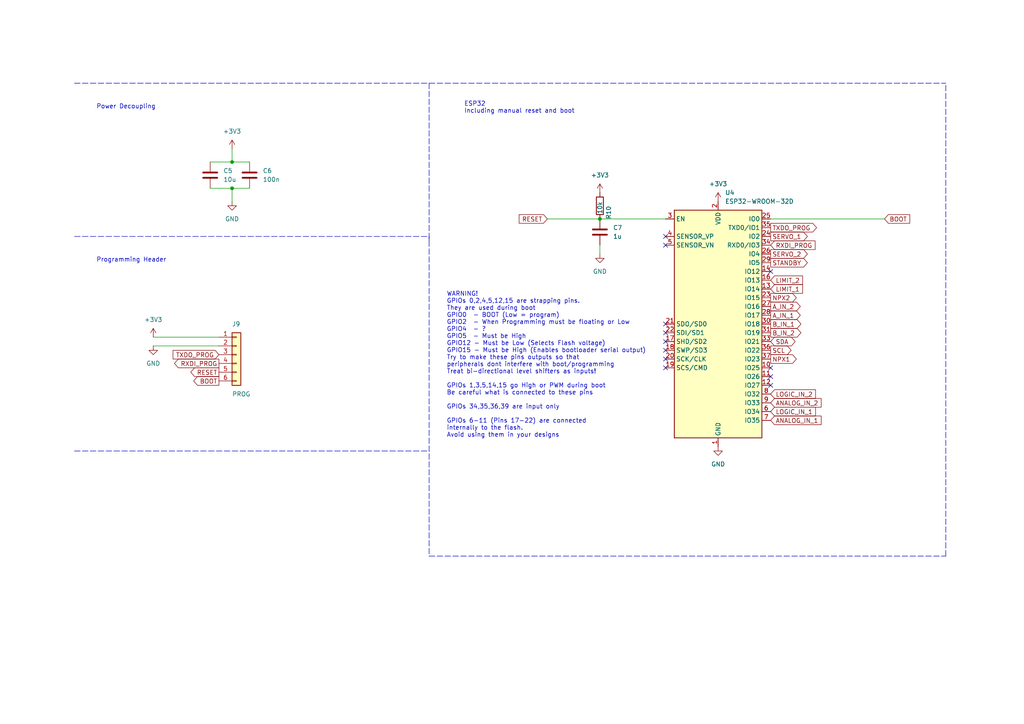
<source format=kicad_sch>
(kicad_sch (version 20211123) (generator eeschema)
  (paper "A4")
  (lib_symbols
    (symbol "Connector_Generic:Conn_01x06" (pin_names (offset 1.016) hide)
      (property "Reference" "J" (at 0 7.62 0))
      (property "Value" "Conn_01x06" (at 0 -10.16 0))
      (symbol "Conn_01x06_1_1"
        (rectangle (start -1.27 -7.493) (end 0 -7.747) (stroke (width 0.1524)))
        (rectangle (start -1.27 -4.953) (end 0 -5.207) (stroke (width 0.1524)))
        (rectangle (start -1.27 -2.413) (end 0 -2.667) (stroke (width 0.1524)))
        (rectangle (start -1.27 0.127) (end 0 -0.127) (stroke (width 0.1524)))
        (rectangle (start -1.27 2.667) (end 0 2.413) (stroke (width 0.1524)))
        (rectangle (start -1.27 5.207) (end 0 4.953) (stroke (width 0.1524)))
        (rectangle (start -1.27 6.35) (end 1.27 -8.89) (stroke (width 0.254)) (fill (type background)))
        (pin passive line (at -5.08 5.08 0) (length 3.81) (name "Pin_1") (number "1"))
        (pin passive line (at -5.08 2.54 0) (length 3.81) (name "Pin_2") (number "2"))
        (pin passive line (at -5.08 0 0) (length 3.81) (name "Pin_3") (number "3"))
        (pin passive line (at -5.08 -2.54 0) (length 3.81) (name "Pin_4") (number "4"))
        (pin passive line (at -5.08 -5.08 0) (length 3.81) (name "Pin_5") (number "5"))
        (pin passive line (at -5.08 -7.62 0) (length 3.81) (name "Pin_6") (number "6"))
      )
    )
    (symbol "Device:C" (pin_numbers hide) (pin_names (offset 0.254))
      (property "Reference" "C" (at 0.635 2.54 0))
      (property "Value" "C" (at 0.635 -2.54 0))
      (symbol "C_0_1"
        (polyline (pts (xy -2.032 -0.762) (xy 2.032 -0.762)) (stroke (width 0.508)))
        (polyline (pts (xy -2.032 0.762) (xy 2.032 0.762)) (stroke (width 0.508)))
      )
      (symbol "C_1_1"
        (pin passive line (at 0 3.81 270) (length 2.794) (name "~") (number "1"))
        (pin passive line (at 0 -3.81 90) (length 2.794) (name "~") (number "2"))
      )
    )
    (symbol "Device:R" (pin_numbers hide) (pin_names (offset 0))
      (property "Reference" "R" (at 2.032 0 90))
      (property "Value" "R" (at 0 0 90))
      (symbol "R_0_1"
        (rectangle (start -1.016 -2.54) (end 1.016 2.54) (stroke (width 0.254)))
      )
      (symbol "R_1_1"
        (pin passive line (at 0 3.81 270) (length 1.27) (name "~") (number "1"))
        (pin passive line (at 0 -3.81 90) (length 1.27) (name "~") (number "2"))
      )
    )
    (symbol "RF_Module:ESP32-WROOM-32D"
      (property "Reference" "U" (at -12.7 34.29 0))
      (property "Value" "ESP32-WROOM-32D" (at 1.27 34.29 0))
      (symbol "ESP32-WROOM-32D_0_1"
        (rectangle (start -12.7 33.02) (end 12.7 -33.02) (stroke (width 0.254)) (fill (type background)))
      )
      (symbol "ESP32-WROOM-32D_1_1"
        (pin power_in line (at 0 -35.56 90) (length 2.54) (name "GND") (number "1"))
        (pin bidirectional line (at 15.24 -12.7 180) (length 2.54) (name "IO25") (number "10"))
        (pin bidirectional line (at 15.24 -15.24 180) (length 2.54) (name "IO26") (number "11"))
        (pin bidirectional line (at 15.24 -17.78 180) (length 2.54) (name "IO27") (number "12"))
        (pin bidirectional line (at 15.24 10.16 180) (length 2.54) (name "IO14") (number "13"))
        (pin bidirectional line (at 15.24 15.24 180) (length 2.54) (name "IO12") (number "14"))
        (pin passive line (at 0 -35.56 90) (length 2.54) hide (name "GND") (number "15"))
        (pin bidirectional line (at 15.24 12.7 180) (length 2.54) (name "IO13") (number "16"))
        (pin bidirectional line (at -15.24 -5.08 0) (length 2.54) (name "SHD/SD2") (number "17"))
        (pin bidirectional line (at -15.24 -7.62 0) (length 2.54) (name "SWP/SD3") (number "18"))
        (pin bidirectional line (at -15.24 -12.7 0) (length 2.54) (name "SCS/CMD") (number "19"))
        (pin power_in line (at 0 35.56 270) (length 2.54) (name "VDD") (number "2"))
        (pin bidirectional line (at -15.24 -10.16 0) (length 2.54) (name "SCK/CLK") (number "20"))
        (pin bidirectional line (at -15.24 0 0) (length 2.54) (name "SDO/SD0") (number "21"))
        (pin bidirectional line (at -15.24 -2.54 0) (length 2.54) (name "SDI/SD1") (number "22"))
        (pin bidirectional line (at 15.24 7.62 180) (length 2.54) (name "IO15") (number "23"))
        (pin bidirectional line (at 15.24 25.4 180) (length 2.54) (name "IO2") (number "24"))
        (pin bidirectional line (at 15.24 30.48 180) (length 2.54) (name "IO0") (number "25"))
        (pin bidirectional line (at 15.24 20.32 180) (length 2.54) (name "IO4") (number "26"))
        (pin bidirectional line (at 15.24 5.08 180) (length 2.54) (name "IO16") (number "27"))
        (pin bidirectional line (at 15.24 2.54 180) (length 2.54) (name "IO17") (number "28"))
        (pin bidirectional line (at 15.24 17.78 180) (length 2.54) (name "IO5") (number "29"))
        (pin input line (at -15.24 30.48 0) (length 2.54) (name "EN") (number "3"))
        (pin bidirectional line (at 15.24 0 180) (length 2.54) (name "IO18") (number "30"))
        (pin bidirectional line (at 15.24 -2.54 180) (length 2.54) (name "IO19") (number "31"))
        (pin no_connect line (at -12.7 -27.94 0) (length 2.54) hide (name "NC") (number "32"))
        (pin bidirectional line (at 15.24 -5.08 180) (length 2.54) (name "IO21") (number "33"))
        (pin bidirectional line (at 15.24 22.86 180) (length 2.54) (name "RXD0/IO3") (number "34"))
        (pin bidirectional line (at 15.24 27.94 180) (length 2.54) (name "TXD0/IO1") (number "35"))
        (pin bidirectional line (at 15.24 -7.62 180) (length 2.54) (name "IO22") (number "36"))
        (pin bidirectional line (at 15.24 -10.16 180) (length 2.54) (name "IO23") (number "37"))
        (pin passive line (at 0 -35.56 90) (length 2.54) hide (name "GND") (number "38"))
        (pin passive line (at 0 -35.56 90) (length 2.54) hide (name "GND") (number "39"))
        (pin input line (at -15.24 25.4 0) (length 2.54) (name "SENSOR_VP") (number "4"))
        (pin input line (at -15.24 22.86 0) (length 2.54) (name "SENSOR_VN") (number "5"))
        (pin input line (at 15.24 -25.4 180) (length 2.54) (name "IO34") (number "6"))
        (pin input line (at 15.24 -27.94 180) (length 2.54) (name "IO35") (number "7"))
        (pin bidirectional line (at 15.24 -20.32 180) (length 2.54) (name "IO32") (number "8"))
        (pin bidirectional line (at 15.24 -22.86 180) (length 2.54) (name "IO33") (number "9"))
      )
    )
    (symbol "power:+3V3" (power) (pin_names (offset 0))
      (property "Value" "+3V3" (at 0 3.556 0))
      (symbol "+3V3_0_1"
        (polyline (pts (xy -0.762 1.27) (xy 0 2.54)))
        (polyline (pts (xy 0 0) (xy 0 2.54)))
        (polyline (pts (xy 0 2.54) (xy 0.762 1.27)))
      )
      (symbol "+3V3_1_1"
        (pin power_in line (at 0 0 90) (length 0) hide (name "+3V3") (number "1"))
      )
    )
    (symbol "power:GND" (power) (pin_names (offset 0))
      (property "Value" "GND" (at 0 -3.81 0))
      (symbol "GND_0_1"
        (polyline (pts (xy 0 0) (xy 0 -1.27) (xy 1.27 -1.27) (xy 0 -2.54) (xy -1.27 -1.27) (xy 0 -1.27)))
      )
      (symbol "GND_1_1"
        (pin power_in line (at 0 0 270) (length 0) hide (name "GND") (number "1"))
      )
    )
  )
  (junction (at 67.31 54.61))
  (junction (at 173.99 63.5))
  (junction (at 67.31 46.99))
  (no_connect (at 223.52 106.68))
  (no_connect (at 223.52 78.74))
  (no_connect (at 223.52 109.22))
  (no_connect (at 193.04 104.14))
  (no_connect (at 193.04 106.68))
  (no_connect (at 193.04 93.98))
  (no_connect (at 193.04 96.52))
  (no_connect (at 193.04 99.06))
  (no_connect (at 193.04 101.6))
  (no_connect (at 193.04 68.58))
  (no_connect (at 193.04 71.12))
  (no_connect (at 223.52 111.76))
  (polyline (pts (xy 124.46 24.13) (xy 124.46 161.29)))
  (polyline (pts (xy 124.46 161.29) (xy 274.32 161.29)))
  (polyline (pts (xy 21.59 130.81) (xy 124.46 130.81)))
  (wire (pts (xy 223.52 63.5) (xy 256.54 63.5)))
  (wire (pts (xy 67.31 54.61) (xy 72.39 54.61)))
  (wire (pts (xy 173.99 63.5) (xy 193.04 63.5)))
  (wire (pts (xy 67.31 43.18) (xy 67.31 46.99)))
  (wire (pts (xy 158.75 63.5) (xy 173.99 63.5)))
  (wire (pts (xy 60.96 54.61) (xy 67.31 54.61)))
  (wire (pts (xy 44.45 97.79) (xy 63.5 97.79)))
  (wire (pts (xy 67.31 46.99) (xy 72.39 46.99)))
  (polyline (pts (xy 124.46 68.58) (xy 124.46 69.85)))
  (polyline (pts (xy 21.59 24.13) (xy 124.46 24.13)))
  (polyline (pts (xy 124.46 24.13) (xy 274.32 24.13)))
  (wire (pts (xy 60.96 46.99) (xy 67.31 46.99)))
  (wire (pts (xy 173.99 73.66) (xy 173.99 71.12)))
  (wire (pts (xy 67.31 54.61) (xy 67.31 58.42)))
  (polyline (pts (xy 21.59 68.58) (xy 124.46 68.58)))
  (polyline (pts (xy 274.32 161.29) (xy 274.32 24.13)))
  (wire (pts (xy 44.45 100.33) (xy 63.5 100.33)))
  (text "ESP32\nIncluding manual reset and boot" (at 134.62 33.02 0) (effects (font (size 1.27 1.27)) (justify left bottom)))
  (text "Programming Header" (at 27.94 76.2 0) (effects (font (size 1.27 1.27)) (justify left bottom)))
  (text "WARNING!\nGPIOs 0,2,4,5,12,15 are strapping pins.\nThey are used during boot\nGPIO0  - BOOT (Low = program)\nGPIO2  - When Programming must be floating or Low\nGPIO4  - ?\nGPIO5  - Must be High\nGPIO12 - Must be Low (Selects Flash voltage)\nGPIO15 - Must be High (Enables bootloader serial output)\nTry to make these pins outputs so that\nperipherals dont interfere with boot/programming\nTreat bi-directional level shifters as inputs!\n\nGPIOs 1,3,5,14,15 go High or PWM during boot\nBe careful what is connected to these pins\n\nGPIOs 34,35,36,39 are input only\n\nGPIOs 6-11 (Pins 17-22) are connected\ninternally to the flash.\nAvoid using them in your designs" (at 129.54 127 0) (effects (font (size 1.27 1.27)) (justify left bottom)))
  (text "Power Decoupling" (at 27.94 31.75 0) (effects (font (size 1.27 1.27)) (justify left bottom)))
  (global_label "LOGIC_IN_2" (shape input) (at 223.52 114.3 0) (property "Intersheet References" "${INTERSHEET_REFS}" (effects hide)))
  (global_label "A_IN_2" (shape output) (at 223.52 88.9 0) (property "Intersheet References" "${INTERSHEET_REFS}" (effects hide)))
  (global_label "SERVO_2" (shape output) (at 223.52 73.66 0) (property "Intersheet References" "${INTERSHEET_REFS}" (effects hide)))
  (global_label "STANDBY" (shape output) (at 223.52 76.2 0) (property "Intersheet References" "${INTERSHEET_REFS}" (effects hide)))
  (global_label "NPX1" (shape output) (at 223.52 104.14 0) (property "Intersheet References" "${INTERSHEET_REFS}" (effects hide)))
  (global_label "LIMIT_1" (shape input) (at 223.52 83.82 0) (property "Intersheet References" "${INTERSHEET_REFS}" (effects hide)))
  (global_label "A_IN_1" (shape output) (at 223.52 91.44 0) (property "Intersheet References" "${INTERSHEET_REFS}" (effects hide)))
  (global_label "ANALOG_IN_2" (shape input) (at 223.52 116.84 0) (property "Intersheet References" "${INTERSHEET_REFS}" (effects hide)))
  (global_label "TXDO_PROG" (shape input) (at 63.5 102.87 180) (property "Intersheet References" "${INTERSHEET_REFS}" (effects hide)))
  (global_label "ANALOG_IN_1" (shape input) (at 223.52 121.92 0) (property "Intersheet References" "${INTERSHEET_REFS}" (effects hide)))
  (global_label "LIMIT_2" (shape input) (at 223.52 81.28 0) (property "Intersheet References" "${INTERSHEET_REFS}" (effects hide)))
  (global_label "SDA" (shape bidirectional) (at 223.52 99.06 0) (property "Intersheet References" "${INTERSHEET_REFS}" (effects hide)))
  (global_label "BOOT" (shape output) (at 63.5 110.49 180) (property "Intersheet References" "${INTERSHEET_REFS}" (effects hide)))
  (global_label "RXDI_PROG" (shape input) (at 223.52 71.12 0) (property "Intersheet References" "${INTERSHEET_REFS}" (effects hide)))
  (global_label "LOGIC_IN_1" (shape input) (at 223.52 119.38 0) (property "Intersheet References" "${INTERSHEET_REFS}" (effects hide)))
  (global_label "NPX2" (shape output) (at 223.52 86.36 0) (property "Intersheet References" "${INTERSHEET_REFS}" (effects hide)))
  (global_label "B_IN_2" (shape output) (at 223.52 96.52 0) (property "Intersheet References" "${INTERSHEET_REFS}" (effects hide)))
  (global_label "RESET" (shape output) (at 63.5 107.95 180) (property "Intersheet References" "${INTERSHEET_REFS}" (effects hide)))
  (global_label "RXDI_PROG" (shape output) (at 63.5 105.41 180) (property "Intersheet References" "${INTERSHEET_REFS}" (effects hide)))
  (global_label "BOOT" (shape input) (at 256.54 63.5 0) (property "Intersheet References" "${INTERSHEET_REFS}" (effects hide)))
  (global_label "B_IN_1" (shape output) (at 223.52 93.98 0) (property "Intersheet References" "${INTERSHEET_REFS}" (effects hide)))
  (global_label "RESET" (shape input) (at 158.75 63.5 180) (property "Intersheet References" "${INTERSHEET_REFS}" (effects hide)))
  (global_label "SCL" (shape output) (at 223.52 101.6 0) (property "Intersheet References" "${INTERSHEET_REFS}" (effects hide)))
  (global_label "TXDO_PROG" (shape output) (at 223.52 66.04 0) (property "Intersheet References" "${INTERSHEET_REFS}" (effects hide)))
  (global_label "SERVO_1" (shape output) (at 223.52 68.58 0) (property "Intersheet References" "${INTERSHEET_REFS}" (effects hide)))
  (symbol (lib_id "Connector_Generic:Conn_01x06") (at 68.58 102.87 0) (unit 1)
    (property "Reference" "J9" (at 67.31 93.98 0) (effects (justify left)))
    (property "Value" "PROG" (at 67.31 114.3 0) (effects (justify left)))
    (property "Footprint" "Connector_PinHeader_2.54mm:PinHeader_1x06_P2.54mm_Vertical" (effects hide))
  )
  (symbol (lib_id "power:+3V3") (at 67.31 43.18 0) (unit 1)
    (property "Reference" "#PWR029" (effects hide))
    (property "Value" "+3V3" (at 67.31 38.1 0))
  )
  (symbol (lib_id "power:+3V3") (at 173.99 55.88 0) (unit 1)
    (property "Reference" "#PWR030" (effects hide))
    (property "Value" "+3V3" (at 173.99 50.8 0))
  )
  (symbol (lib_id "Device:C") (at 173.99 67.31 0) (unit 1)
    (property "Reference" "C7" (at 177.8 66.0399 0) (effects (justify left)))
    (property "Value" "1u" (at 177.8 68.5799 0) (effects (justify left)))
    (property "Footprint" "Capacitor_SMD:C_0603_1608Metric" (effects hide))
    (property "LCSC" "C15849" (effects hide))
  )
  (symbol (lib_id "RF_Module:ESP32-WROOM-32D") (at 208.28 93.98 0) (unit 1)
    (property "Reference" "U4" (at 210.2994 55.88 0) (effects (justify left)))
    (property "Value" "ESP32-WROOM-32D" (at 210.2994 58.42 0) (effects (justify left)))
    (property "Footprint" "RF_Module:ESP32-WROOM-32" (effects hide))
    (property "Datasheet" "https://www.espressif.com/sites/default/files/documentation/esp32-wroom-32d_esp32-wroom-32u_datasheet_en.pdf" (effects hide))
    (property "LCSC" "C473012" (effects hide))
    (property "JLCPCB_CORRECTION" "0; 0; 90" (effects hide))
  )
  (symbol (lib_id "power:GND") (at 67.31 58.42 0) (unit 1)
    (property "Reference" "#PWR031" (effects hide))
    (property "Value" "GND" (at 67.31 63.5 0))
  )
  (symbol (lib_id "power:GND") (at 173.99 73.66 0) (unit 1)
    (property "Reference" "#PWR033" (effects hide))
    (property "Value" "GND" (at 173.99 78.74 0))
  )
  (symbol (lib_id "Device:C") (at 72.39 50.8 0) (unit 1)
    (property "Reference" "C6" (at 76.2 49.5299 0) (effects (justify left)))
    (property "Value" "100n" (at 76.2 52.0699 0) (effects (justify left)))
    (property "Footprint" "Capacitor_SMD:C_0603_1608Metric" (effects hide))
    (property "LCSC" "C14663" (effects hide))
  )
  (symbol (lib_id "power:+3V3") (at 208.28 58.42 0) (unit 1)
    (property "Reference" "#PWR032" (effects hide))
    (property "Value" "+3V3" (at 208.28 53.34 0))
  )
  (symbol (lib_id "Device:C") (at 60.96 50.8 0) (unit 1)
    (property "Reference" "C5" (at 64.77 49.5299 0) (effects (justify left)))
    (property "Value" "10u" (at 64.77 52.0699 0) (effects (justify left)))
    (property "Footprint" "Capacitor_SMD:C_1206_3216Metric" (effects hide))
    (property "LCSC" "C13585" (effects hide))
  )
  (symbol (lib_id "power:+3V3") (at 44.45 97.79 0) (unit 1)
    (property "Reference" "#PWR035" (effects hide))
    (property "Value" "+3V3" (at 44.45 92.71 0))
  )
  (symbol (lib_id "power:GND") (at 208.28 129.54 0) (unit 1)
    (property "Reference" "#PWR037" (effects hide))
    (property "Value" "GND" (at 208.28 134.62 0))
  )
  (symbol (lib_id "power:GND") (at 44.45 100.33 0) (unit 1)
    (property "Reference" "#PWR036" (effects hide))
    (property "Value" "GND" (at 44.45 105.41 0))
  )
  (symbol (lib_id "Device:R") (at 173.99 59.69 180) (unit 1)
    (property "Reference" "R10" (at 176.53 59.69 90) (effects (justify left)))
    (property "Value" "10k" (at 173.99 58.42 90) (effects (justify left)))
    (property "Footprint" "Resistor_SMD:R_0603_1608Metric_Pad0.98x0.95mm_HandSolder" (effects hide))
    (property "LCSC" "C25804" (effects hide))
  )
)
</source>
